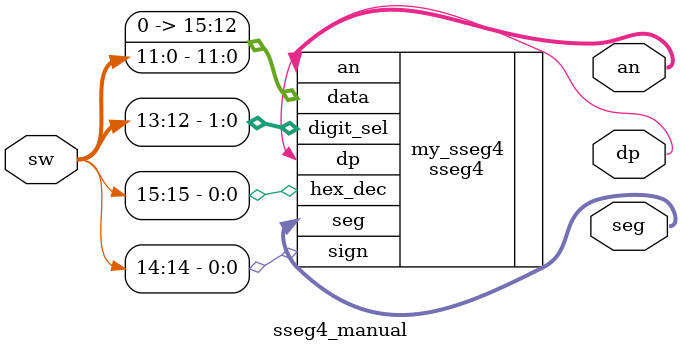
<source format=sv>
`timescale 1ns / 1ps


module sseg4_manual(
    input [15:0] sw,
    output [6:0] seg,
    output dp,
    output [3:0] an
    );
    
    sseg4 my_sseg4(
    .data({4'b0000,sw[11:0]}),
    .hex_dec(sw[15]),
    .sign(sw[14]),
    .digit_sel(sw[13:12]),
    .seg(seg),
    .dp(dp),
   .an(an)
    );
    
endmodule

</source>
